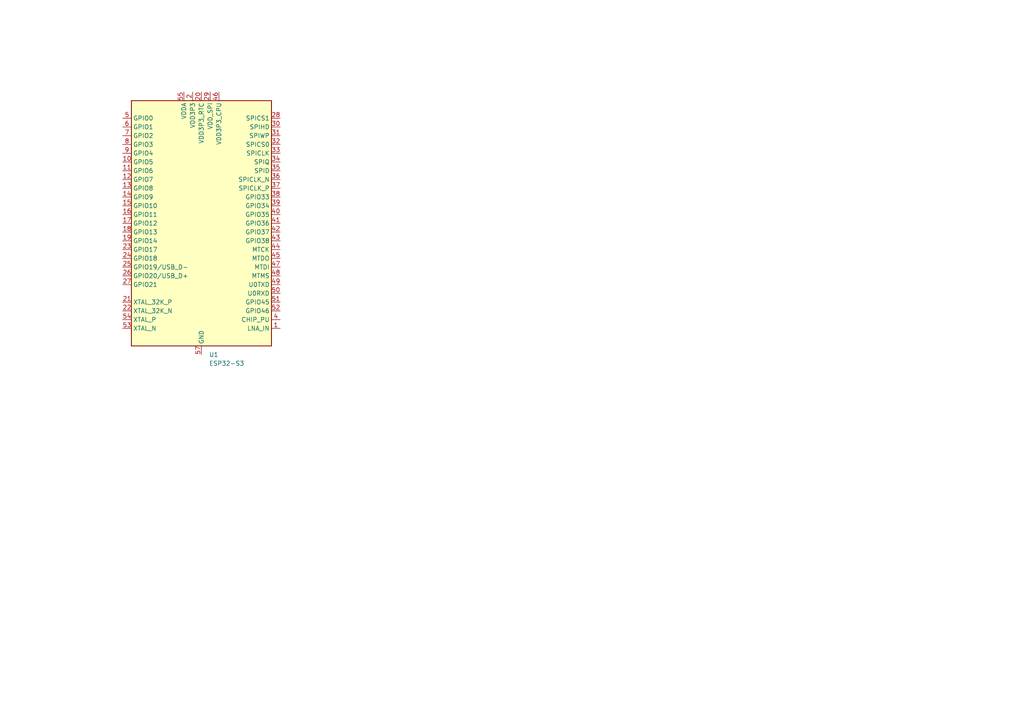
<source format=kicad_sch>
(kicad_sch (version 20231120) (generator "eeschema") (generator_version "8.0")
  (paper "A4")
  (lib_symbols
    (symbol "MCU_Espressif:ESP32-S3"
      (property "Reference" "U" (at 10.16 -38.1 0))
      (property "Value" "ESP32-S3" (at 13.97 -40.64 0))
      (symbol "ESP32-S3_0_1"
        (rectangle (start -20.32 35.56) (end 20.32 -35.56) (stroke (width 0.254)) (fill (type background)))
      )
      (symbol "ESP32-S3_1_0"
        (pin bidirectional line (at 22.86 12.7 180) (length 2.54) (name "SPICLK_N") (number "36"))
        (pin bidirectional line (at 22.86 -10.16 180) (length 2.54) (name "MTDO") (number "45"))
        (pin bidirectional line (at 22.86 -22.86 180) (length 2.54) (name "GPIO45") (number "51"))
        (pin passive line (at -5.08 38.1 270) (length 2.54) hide (name "VDDA") (number "56"))
      )
      (symbol "ESP32-S3_1_1"
        (pin bidirectional line (at 22.86 -30.48 180) (length 2.54) (name "LNA_IN") (number "1"))
        (pin bidirectional line (at -22.86 17.78 0) (length 2.54) (name "GPIO5") (number "10"))
        (pin bidirectional line (at -22.86 15.24 0) (length 2.54) (name "GPIO6") (number "11"))
        (pin bidirectional line (at -22.86 12.7 0) (length 2.54) (name "GPIO7") (number "12"))
        (pin bidirectional line (at -22.86 10.16 0) (length 2.54) (name "GPIO8") (number "13"))
        (pin bidirectional line (at -22.86 7.62 0) (length 2.54) (name "GPIO9") (number "14"))
        (pin bidirectional line (at -22.86 5.08 0) (length 2.54) (name "GPIO10") (number "15"))
        (pin bidirectional line (at -22.86 2.54 0) (length 2.54) (name "GPIO11") (number "16"))
        (pin bidirectional line (at -22.86 0 0) (length 2.54) (name "GPIO12") (number "17"))
        (pin bidirectional line (at -22.86 -2.54 0) (length 2.54) (name "GPIO13") (number "18"))
        (pin bidirectional line (at -22.86 -5.08 0) (length 2.54) (name "GPIO14") (number "19"))
        (pin power_in line (at -2.54 38.1 270) (length 2.54) (name "VDD3P3") (number "2"))
        (pin power_in line (at 0 38.1 270) (length 2.54) (name "VDD3P3_RTC") (number "20"))
        (pin passive line (at -22.86 -22.86 0) (length 2.54) (name "XTAL_32K_P") (number "21"))
        (pin passive line (at -22.86 -25.4 0) (length 2.54) (name "XTAL_32K_N") (number "22"))
        (pin bidirectional line (at -22.86 -7.62 0) (length 2.54) (name "GPIO17") (number "23"))
        (pin bidirectional line (at -22.86 -10.16 0) (length 2.54) (name "GPIO18") (number "24"))
        (pin bidirectional line (at -22.86 -12.7 0) (length 2.54) (name "GPIO19/USB_D-") (number "25"))
        (pin bidirectional line (at -22.86 -15.24 0) (length 2.54) (name "GPIO20/USB_D+") (number "26"))
        (pin bidirectional line (at -22.86 -17.78 0) (length 2.54) (name "GPIO21") (number "27"))
        (pin bidirectional line (at 22.86 30.48 180) (length 2.54) (name "SPICS1") (number "28"))
        (pin power_in line (at 2.54 38.1 270) (length 2.54) (name "VDD_SPI") (number "29"))
        (pin passive line (at -2.54 38.1 270) (length 2.54) hide (name "VDD3P3") (number "3"))
        (pin bidirectional line (at 22.86 27.94 180) (length 2.54) (name "SPIHD") (number "30"))
        (pin bidirectional line (at 22.86 25.4 180) (length 2.54) (name "SPIWP") (number "31"))
        (pin bidirectional line (at 22.86 22.86 180) (length 2.54) (name "SPICS0") (number "32"))
        (pin bidirectional line (at 22.86 20.32 180) (length 2.54) (name "SPICLK") (number "33"))
        (pin bidirectional line (at 22.86 17.78 180) (length 2.54) (name "SPIQ") (number "34"))
        (pin bidirectional line (at 22.86 15.24 180) (length 2.54) (name "SPID") (number "35"))
        (pin bidirectional line (at 22.86 10.16 180) (length 2.54) (name "SPICLK_P") (number "37"))
        (pin bidirectional line (at 22.86 7.62 180) (length 2.54) (name "GPIO33") (number "38"))
        (pin bidirectional line (at 22.86 5.08 180) (length 2.54) (name "GPIO34") (number "39"))
        (pin input line (at 22.86 -27.94 180) (length 2.54) (name "CHIP_PU") (number "4"))
        (pin bidirectional line (at 22.86 2.54 180) (length 2.54) (name "GPIO35") (number "40"))
        (pin bidirectional line (at 22.86 0 180) (length 2.54) (name "GPIO36") (number "41"))
        (pin bidirectional line (at 22.86 -2.54 180) (length 2.54) (name "GPIO37") (number "42"))
        (pin bidirectional line (at 22.86 -5.08 180) (length 2.54) (name "GPIO38") (number "43"))
        (pin bidirectional line (at 22.86 -7.62 180) (length 2.54) (name "MTCK") (number "44"))
        (pin power_in line (at 5.08 38.1 270) (length 2.54) (name "VDD3P3_CPU") (number "46"))
        (pin bidirectional line (at 22.86 -12.7 180) (length 2.54) (name "MTDI") (number "47"))
        (pin bidirectional line (at 22.86 -15.24 180) (length 2.54) (name "MTMS") (number "48"))
        (pin bidirectional line (at 22.86 -17.78 180) (length 2.54) (name "U0TXD") (number "49"))
        (pin bidirectional line (at -22.86 30.48 0) (length 2.54) (name "GPIO0") (number "5"))
        (pin bidirectional line (at 22.86 -20.32 180) (length 2.54) (name "U0RXD") (number "50"))
        (pin bidirectional line (at 22.86 -25.4 180) (length 2.54) (name "GPIO46") (number "52"))
        (pin output line (at -22.86 -30.48 0) (length 2.54) (name "XTAL_N") (number "53"))
        (pin input line (at -22.86 -27.94 0) (length 2.54) (name "XTAL_P") (number "54"))
        (pin power_in line (at -5.08 38.1 270) (length 2.54) (name "VDDA") (number "55"))
        (pin power_in line (at 0 -38.1 90) (length 2.54) (name "GND") (number "57"))
        (pin bidirectional line (at -22.86 27.94 0) (length 2.54) (name "GPIO1") (number "6"))
        (pin bidirectional line (at -22.86 25.4 0) (length 2.54) (name "GPIO2") (number "7"))
        (pin bidirectional line (at -22.86 22.86 0) (length 2.54) (name "GPIO3") (number "8"))
        (pin bidirectional line (at -22.86 20.32 0) (length 2.54) (name "GPIO4") (number "9"))
      )
    )
  )
  (symbol (lib_id "MCU_Espressif:ESP32-S3") (at 58.42 64.77 0) (unit 1)
    (property "Reference" "U1" (at 60.6141 102.87 0) (effects (justify left)))
    (property "Value" "ESP32-S3" (at 60.6141 105.41 0) (effects (justify left)))
    (property "Footprint" "Package_DFN_QFN:QFN-56-1EP_7x7mm_P0.4mm_EP4x4mm" (effects (hide yes)))
    (property "Datasheet" "https://www.espressif.com/sites/default/files/documentation/esp32-s3_datasheet_en.pdf" (effects (hide yes)))
    (property "Description" "Microcontroller, Wi-Fi 802.11b/g/n, Bluetooth, 32bit" (effects (hide yes)))
  )
)
</source>
